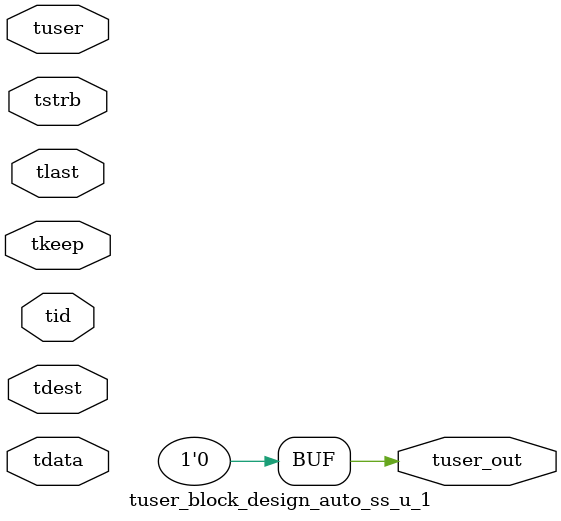
<source format=v>


`timescale 1ps/1ps

module tuser_block_design_auto_ss_u_1 #
(
parameter C_S_AXIS_TUSER_WIDTH = 1,
parameter C_S_AXIS_TDATA_WIDTH = 32,
parameter C_S_AXIS_TID_WIDTH   = 0,
parameter C_S_AXIS_TDEST_WIDTH = 0,
parameter C_M_AXIS_TUSER_WIDTH = 1
)
(
input  [(C_S_AXIS_TUSER_WIDTH == 0 ? 1 : C_S_AXIS_TUSER_WIDTH)-1:0     ] tuser,
input  [(C_S_AXIS_TDATA_WIDTH == 0 ? 1 : C_S_AXIS_TDATA_WIDTH)-1:0     ] tdata,
input  [(C_S_AXIS_TID_WIDTH   == 0 ? 1 : C_S_AXIS_TID_WIDTH)-1:0       ] tid,
input  [(C_S_AXIS_TDEST_WIDTH == 0 ? 1 : C_S_AXIS_TDEST_WIDTH)-1:0     ] tdest,
input  [(C_S_AXIS_TDATA_WIDTH/8)-1:0 ] tkeep,
input  [(C_S_AXIS_TDATA_WIDTH/8)-1:0 ] tstrb,
input                                                                    tlast,
output [C_M_AXIS_TUSER_WIDTH-1:0] tuser_out
);

assign tuser_out = {1'b0};

endmodule


</source>
